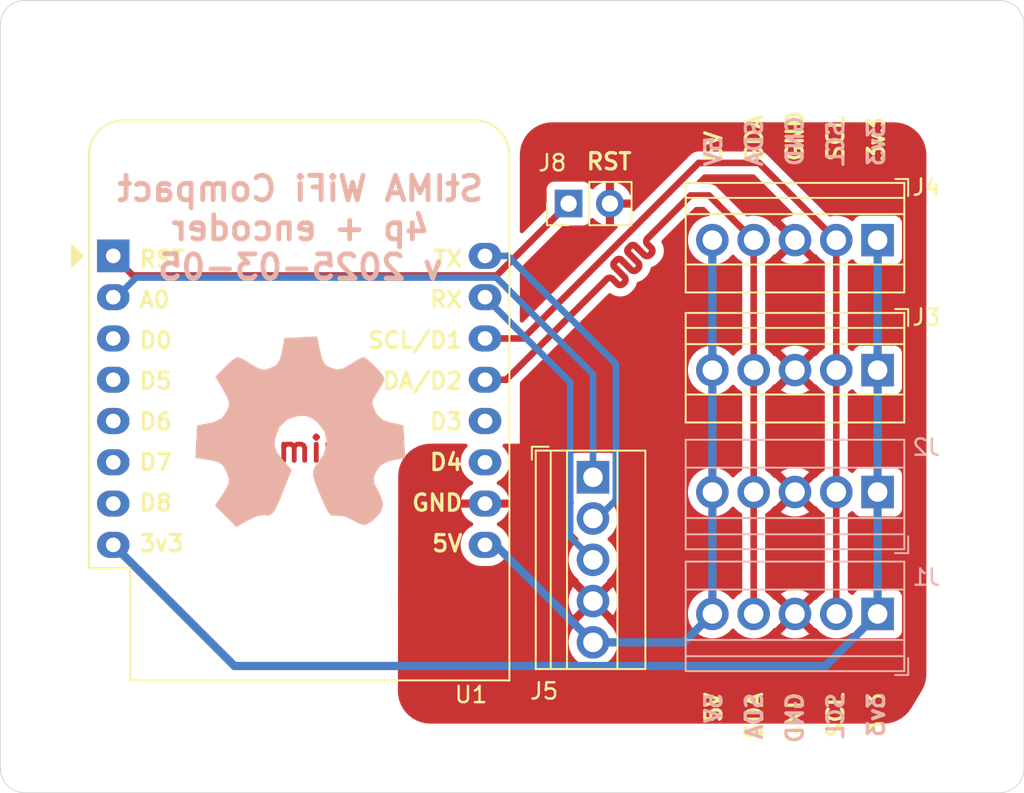
<source format=kicad_pcb>
(kicad_pcb (version 20241229) (generator "pcbnew") (generator_version "9.0")
  (layers (0 "F.Cu" signal) (2 "B.Cu" signal) (13 "F.Paste" user) (15 "B.Paste" user) (5 "F.SilkS" user "F.Silkscreen") (7 "B.SilkS" user "B.Silkscreen") (1 "F.Mask" user) (3 "B.Mask" user) (25 "Edge.Cuts" user))
  (net 0 "")
  (net 1 "3v3")
  (net 2 "SDA")
  (net 3 "SCL")
  (net 4 "GND")
  (net 5 "5v")
  (net 6 "enc A")
  (net 7 "enc CLK")
  (net 8 "Net-(J8-Pin_1)")
  (net 9 "enc B")
  (footprint "MountingHole:MountingHole_3.2mm_M3" (layer "F.Cu") (at 204.75 49.25)
    (property "Reference" "H1" (hide yes))
    (property "Value" "MountingHole" (hide yes))
    (pad "" np_thru_hole circle (at 0 0) (size 3.2 3.2) (drill 3.2) (layers "*.Cu" "*.Mask"))
  )
  (footprint "TerminalBlock:TerminalBlock_Xinya_XY308-2.54-5P_1x05_P2.54mm_Horizontal" (layer "F.Cu") (at 182 74.84 -90)
    (property "Reference" "J5" (at 13.16 3 180) (layer "F.SilkS"))
    (property "Value" "Screw_Terminal_01x05" (hide yes))
    (fp_line (start -1.88 3.76) (end -1.08 3.76) (stroke (width 0.12)) (layer "F.SilkS"))
    (fp_line (start -1.64 3.52) (end 11.8 3.52) (stroke (width 0.12)) (layer "F.SilkS"))
    (fp_line (start -1.88 2.72) (end -1.88 3.76) (stroke (width 0.12)) (layer "F.SilkS"))
    (fp_line (start -1.64 2.6) (end 11.8 2.6) (stroke (width 0.12)) (layer "F.SilkS"))
    (fp_line (start -1.64 1.6) (end 11.8 1.6) (stroke (width 0.12)) (layer "F.SilkS"))
    (fp_line (start -1.64 -1.501) (end 11.8 -1.501) (stroke (width 0.12)) (layer "F.SilkS"))
    (fp_line (start -1.64 -3.22) (end -1.64 3.52) (stroke (width 0.12)) (layer "F.SilkS"))
    (fp_line (start -1.64 -3.22) (end 11.8 -3.22) (stroke (width 0.12)) (layer "F.SilkS"))
    (fp_line (start 11.8 -3.22) (end 11.8 3.52) (stroke (width 0.12)) (layer "F.SilkS"))
    (pad "1" thru_hole rect (at 0 0 270) (size 2 2) (drill 1.2) (layers "*.Cu" "*.Mask") (net 7 "enc CLK"))
    (pad "2" thru_hole circle (at 2.54 0 270) (size 2 2) (drill 1.2) (layers "*.Cu" "*.Mask") (net 6 "enc A"))
    (pad "3" thru_hole circle (at 5.08 0 270) (size 2 2) (drill 1.2) (layers "*.Cu" "*.Mask") (net 9 "enc B"))
    (pad "4" thru_hole circle (at 7.62 0 270) (size 2 2) (drill 1.2) (layers "*.Cu" "*.Mask") (net 4 "GND"))
    (pad "5" thru_hole circle (at 10.16 0 270) (size 2 2) (drill 1.2) (layers "*.Cu" "*.Mask") (net 5 "5v"))
  )
  (footprint "MountingHole:MountingHole_3.2mm_M3" (layer "F.Cu") (at 149.25 49.25)
    (property "Reference" "H4" (hide yes))
    (property "Value" "MountingHole" (hide yes))
    (pad "" np_thru_hole circle (at 0 0) (size 3.2 3.2) (drill 3.2) (layers "*.Cu" "*.Mask"))
  )
  (footprint "RF_Module:WEMOS_D1_mini_light" (layer "F.Cu") (at 152.5 61.22)
    (property "Reference" "U1" (at 22 27 0) (layer "F.SilkS"))
    (property "Value" "WEMOS_D1_mini")
    (fp_line (start -1.5 19.22) (end -1.5 -6.21) (stroke (width 0.12)) (layer "F.SilkS"))
    (fp_line (start -1.5 19.22) (end 1.04 19.22) (stroke (width 0.12)) (layer "F.SilkS"))
    (fp_line (start 1.04 19.22) (end 1.04 26.12) (stroke (width 0.12)) (layer "F.SilkS"))
    (fp_line (start 1.04 26.12) (end 24.36 26.12) (stroke (width 0.12)) (layer "F.SilkS"))
    (fp_line (start 22.24 -8.34) (end 0.63 -8.34) (stroke (width 0.12)) (layer "F.SilkS"))
    (fp_line (start 24.36 26.12) (end 24.36 -6.21) (stroke (width 0.12)) (layer "F.SilkS"))
    (fp_arc (start -1.5 -6.21) (mid -0.876137 -7.716137) (end 0.63 -8.34) (stroke (width 0.12)) (layer "F.SilkS"))
    (fp_arc (start 22.23 -8.34) (mid 23.736137 -7.716137) (end 24.36 -6.21) (stroke (width 0.12)) (layer "F.SilkS"))
    (fp_poly (pts (xy -2.54 -0.635) (xy -2.54 0.635) (xy -1.905 0)) (stroke (width 0.15)) (fill yes) (layer "F.SilkS"))
    (pad "1" thru_hole rect (at 0 0) (size 2 2) (drill 0.9) (layers "*.Cu" "*.Mask") (net 8 "Net-(J8-Pin_1)"))
    (pad "2" thru_hole oval (at 0 2.54) (size 2 1.6) (drill 0.9) (layers "*.Cu" "*.Mask") (net 7 "enc CLK"))
    (pad "3" thru_hole oval (at 0 5.08) (size 2 1.6) (drill 0.9) (layers "*.Cu" "*.Mask"))
    (pad "4" thru_hole oval (at 0 7.62) (size 2 1.6) (drill 0.9) (layers "*.Cu" "*.Mask"))
    (pad "5" thru_hole oval (at 0 10.16) (size 2 1.6) (drill 0.9) (layers "*.Cu" "*.Mask"))
    (pad "6" thru_hole oval (at 0 12.7) (size 2 1.6) (drill 0.9) (layers "*.Cu" "*.Mask"))
    (pad "7" thru_hole oval (at 0 15.24) (size 2 1.6) (drill 0.9) (layers "*.Cu" "*.Mask"))
    (pad "8" thru_hole oval (at 0 17.78) (size 2 1.6) (drill 0.9) (layers "*.Cu" "*.Mask") (net 1 "3v3"))
    (pad "9" thru_hole oval (at 22.86 17.78) (size 2 1.6) (drill 0.9) (layers "*.Cu" "*.Mask") (net 5 "5v"))
    (pad "10" thru_hole oval (at 22.86 15.24) (size 2 1.6) (drill 0.9) (layers "*.Cu" "*.Mask") (net 4 "GND"))
    (pad "11" thru_hole oval (at 22.86 12.7) (size 2 1.6) (drill 0.9) (layers "*.Cu" "*.Mask"))
    (pad "12" thru_hole oval (at 22.86 10.16) (size 2 1.6) (drill 0.9) (layers "*.Cu" "*.Mask"))
    (pad "13" thru_hole oval (at 22.86 7.62) (size 2 1.6) (drill 0.9) (layers "*.Cu" "*.Mask") (net 2 "SDA"))
    (pad "14" thru_hole oval (at 22.86 5.08) (size 2 1.6) (drill 0.9) (layers "*.Cu" "*.Mask") (net 3 "SCL"))
    (pad "15" thru_hole oval (at 22.86 2.54) (size 2 1.6) (drill 0.9) (layers "*.Cu" "*.Mask") (net 9 "enc B"))
    (pad "16" thru_hole oval (at 22.86 0) (size 2 1.6) (drill 0.9) (layers "*.Cu" "*.Mask") (net 6 "enc A"))
    (zone (net 0) (net_name "") (layers "F.Cu" "B.Cu" "Dwgs.User") (name "No Copper") (connect_pads (clearance 0)) (min_thickness 0.25)
      (keepout (tracks not_allowed) (vias not_allowed) (pads not_allowed) (copperpour not_allowed) (footprints not_allowed))
      (fill (thermal_gap 0.5) (thermal_bridge_width 0.5))
      (polygon (pts (xy 151.15 53.02) (xy 176.75 53.02) (xy 176.75 59.82) (xy 151.15 59.82)))
    )
  )
  (footprint "TerminalBlock:TerminalBlock_Xinya_XY308-2.54-5P_1x05_P2.54mm_Horizontal" (layer "F.Cu") (at 199.5 60.25 180)
    (property "Reference" "J4" (at -3 3.25 0) (layer "F.SilkS"))
    (property "Value" "Screw_Terminal_01x05" (hide yes))
    (fp_line (start 11.8 -3.22) (end 11.8 3.52) (stroke (width 0.12)) (layer "F.SilkS"))
    (fp_line (start -1.64 3.52) (end 11.8 3.52) (stroke (width 0.12)) (layer "F.SilkS"))
    (fp_line (start -1.64 2.6) (end 11.8 2.6) (stroke (width 0.12)) (layer "F.SilkS"))
    (fp_line (start -1.64 1.6) (end 11.8 1.6) (stroke (width 0.12)) (layer "F.SilkS"))
    (fp_line (start -1.64 -1.501) (end 11.8 -1.501) (stroke (width 0.12)) (layer "F.SilkS"))
    (fp_line (start -1.64 -3.22) (end 11.8 -3.22) (stroke (width 0.12)) (layer "F.SilkS"))
    (fp_line (start -1.64 -3.22) (end -1.64 3.52) (stroke (width 0.12)) (layer "F.SilkS"))
    (fp_line (start -1.88 3.76) (end -1.08 3.76) (stroke (width 0.12)) (layer "F.SilkS"))
    (fp_line (start -1.88 2.72) (end -1.88 3.76) (stroke (width 0.12)) (layer "F.SilkS"))
    (pad "1" thru_hole rect (at 0 0 180) (size 2 2) (drill 1.2) (layers "*.Cu" "*.Mask") (net 1 "3v3"))
    (pad "2" thru_hole circle (at 2.54 0 180) (size 2 2) (drill 1.2) (layers "*.Cu" "*.Mask") (net 3 "SCL"))
    (pad "3" thru_hole circle (at 5.08 0 180) (size 2 2) (drill 1.2) (layers "*.Cu" "*.Mask") (net 4 "GND"))
    (pad "4" thru_hole circle (at 7.62 0 180) (size 2 2) (drill 1.2) (layers "*.Cu" "*.Mask") (net 2 "SDA"))
    (pad "5" thru_hole circle (at 10.16 0 180) (size 2 2) (drill 1.2) (layers "*.Cu" "*.Mask") (net 5 "5v"))
  )
  (footprint "Connector_PinHeader_2.54mm:PinHeader_1x02_P2.54mm_Vertical" (layer "F.Cu") (at 180.5 58 90)
    (property "Reference" "J8" (at 2.5 -1 180) (layer "F.SilkS"))
    (property "Value" "Conn_01x02" (hide yes))
    (fp_line (start -1.33 -1.33) (end 0 -1.33) (stroke (width 0.12)) (layer "F.SilkS"))
    (fp_line (start -1.33 0) (end -1.33 -1.33) (stroke (width 0.12)) (layer "F.SilkS"))
    (fp_line (start 1.33 1.27) (end 1.33 3.87) (stroke (width 0.12)) (layer "F.SilkS"))
    (fp_line (start -1.33 1.27) (end 1.33 1.27) (stroke (width 0.12)) (layer "F.SilkS"))
    (fp_line (start -1.33 1.27) (end -1.33 3.87) (stroke (width 0.12)) (layer "F.SilkS"))
    (fp_line (start -1.33 3.87) (end 1.33 3.87) (stroke (width 0.12)) (layer "F.SilkS"))
    (pad "1" thru_hole rect (at 0 0 90) (size 1.7 1.7) (drill 1) (layers "*.Cu" "*.Mask") (net 8 "Net-(J8-Pin_1)"))
    (pad "2" thru_hole oval (at 0 2.54 90) (size 1.7 1.7) (drill 1) (layers "*.Cu" "*.Mask") (net 4 "GND"))
  )
  (footprint "MountingHole:MountingHole_3.2mm_M3" (layer "F.Cu") (at 204.75 90.5)
    (property "Reference" "H2" (hide yes))
    (property "Value" "MountingHole" (hide yes))
    (pad "" np_thru_hole circle (at 0 0) (size 3.2 3.2) (drill 3.2) (layers "*.Cu" "*.Mask"))
  )
  (footprint "MountingHole:MountingHole_3.2mm_M3" (layer "F.Cu") (at 149.25 90.5)
    (property "Reference" "H3" (hide yes))
    (property "Value" "MountingHole" (hide yes))
    (pad "" np_thru_hole circle (at 0 0) (size 3.2 3.2) (drill 3.2) (layers "*.Cu" "*.Mask"))
  )
  (footprint "TerminalBlock:TerminalBlock_Xinya_XY308-2.54-5P_1x05_P2.54mm_Horizontal" (layer "F.Cu") (at 199.5 68.25 180)
    (property "Reference" "J3" (at -3 3.25 0) (layer "F.SilkS"))
    (property "Value" "Screw_Terminal_01x05" (hide yes))
    (fp_line (start 11.8 -3.22) (end 11.8 3.52) (stroke (width 0.12)) (layer "F.SilkS"))
    (fp_line (start -1.64 3.52) (end 11.8 3.52) (stroke (width 0.12)) (layer "F.SilkS"))
    (fp_line (start -1.64 2.6) (end 11.8 2.6) (stroke (width 0.12)) (layer "F.SilkS"))
    (fp_line (start -1.64 1.6) (end 11.8 1.6) (stroke (width 0.12)) (layer "F.SilkS"))
    (fp_line (start -1.64 -1.501) (end 11.8 -1.501) (stroke (width 0.12)) (layer "F.SilkS"))
    (fp_line (start -1.64 -3.22) (end 11.8 -3.22) (stroke (width 0.12)) (layer "F.SilkS"))
    (fp_line (start -1.64 -3.22) (end -1.64 3.52) (stroke (width 0.12)) (layer "F.SilkS"))
    (fp_line (start -1.88 3.76) (end -1.08 3.76) (stroke (width 0.12)) (layer "F.SilkS"))
    (fp_line (start -1.88 2.72) (end -1.88 3.76) (stroke (width 0.12)) (layer "F.SilkS"))
    (pad "1" thru_hole rect (at 0 0 180) (size 2 2) (drill 1.2) (layers "*.Cu" "*.Mask") (net 1 "3v3"))
    (pad "2" thru_hole circle (at 2.54 0 180) (size 2 2) (drill 1.2) (layers "*.Cu" "*.Mask") (net 3 "SCL"))
    (pad "3" thru_hole circle (at 5.08 0 180) (size 2 2) (drill 1.2) (layers "*.Cu" "*.Mask") (net 4 "GND"))
    (pad "4" thru_hole circle (at 7.62 0 180) (size 2 2) (drill 1.2) (layers "*.Cu" "*.Mask") (net 2 "SDA"))
    (pad "5" thru_hole circle (at 10.16 0 180) (size 2 2) (drill 1.2) (layers "*.Cu" "*.Mask") (net 5 "5v"))
  )
  (footprint "Stima.Library:ohlogo" (layer "B.Cu") (at 164 72 180)
    (property "Reference" "Open Hardvare Logo" (hide yes))
    (property "Value" "LOGO" (hide yes))
    (fp_poly (pts (xy -0.029664 5.777109) (xy 0.981776 5.723944) (xy 1.130032 4.908571) (xy 1.265862 4.371903) (xy 1.476243 4.069883) (xy 1.822621 3.887736) (xy 2.213072 3.783076) (xy 2.549361 3.84563) (xy 2.991787 4.106896) (xy 3.013731 4.121771) (xy 3.452716 4.392287) (xy 3.783165 4.547107) (xy 3.852207 4.561268) (xy 4.081277 4.442138) (xy 4.442611 4.140257) (xy 4.633535 3.952925) (xy 5.223165 3.344581) (xy 4.747653 2.533182) (xy 4.476487 2.043012) (xy 4.376255 1.723484) (xy 4.427564 1.442327) (xy 4.549912 1.184634) (xy 4.847529 0.789572) (xy 5.303519 0.565373) (xy 5.588841 0.497674) (xy 6.349999 0.347863) (xy 6.403001 -0.654164) (xy 6.456003 -1.656191) (xy 5.628167 -1.780333) (xy 5.094419 -1.893305) (xy 4.787392 -2.084388) (xy 4.576225 -2.442575) (xy 4.54419 -2.517505) (xy 4.404533 -2.910754) (xy 4.410194 -3.213188) (xy 4.586109 -3.5736) (xy 4.768611 -3.856714) (xy 5.249173 -4.582892) (xy 4.587903 -5.242854) (xy 3.926634 -5.902817) (xy 3.207911 -5.490684) (xy 2.697792 -5.258447) (xy 2.273915 -5.168586) (xy 2.164214 -5.181695) (xy 1.931179 -5.210719) (xy 1.728425 -5.097371) (xy 1.517606 -4.789493) (xy 1.260375 -4.234925) (xy 1.006598 -3.607098) (xy 0.526048 -2.384619) (xy 1.086854 -1.745897) (xy 1.437634 -1.290932) (xy 1.570743 -0.912287) (xy 1.545047 -0.474843) (xy 1.281507 0.250465) (xy 0.76672 0.721141) (xy 0.158284 0.917844) (xy -0.336311 0.933985) (xy -0.759543 0.752511) (xy -1.038418 0.538473) (xy -1.499541 -0.050373) (xy -1.630875 -0.728103) (xy -1.430286 -1.439988) (xy -1.132765 -1.881096) (xy -0.910461 -2.168341) (xy -0.79305 -2.432676) (xy -0.789703 -2.74666) (xy -0.909594 -3.182857) (xy -1.161896 -3.813827) (xy -1.464626 -4.506218) (xy -1.707369 -4.990439) (xy -1.917114 -5.20448) (xy -2.169277 -5.219087) (xy -2.213705 -5.208882) (xy -2.663906 -5.237036) (xy -3.186577 -5.461629) (xy -3.651455 -5.721763) (xy -3.962926 -5.783797) (xy -4.26624 -5.646576) (xy -4.526573 -5.450968) (xy -4.974558 -4.982728) (xy -5.098758 -4.491274) (xy -4.912215 -3.897056) (xy -4.811793 -3.711333) (xy -4.574496 -3.253039) (xy -4.518328 -2.933329) (xy -4.624834 -2.593888) (xy -4.670225 -2.496745) (xy -4.947692 -2.109262) (xy -5.39044 -1.88231) (xy -5.689598 -1.806648) (xy -6.455671 -1.645042) (xy -6.402836 -0.643733) (xy -6.350001 0.357576) (xy -5.61315 0.512303) (xy -5.063596 0.694182) (xy -4.728516 1.011567) (xy -4.607798 1.230082) (xy -4.453643 1.613813) (xy -4.467129 1.906898) (xy -4.669909 2.273889) (xy -4.763311 2.411942) (xy -5.029062 2.842793) (xy -5.176651 3.16561) (xy -5.187325 3.2243) (xy -5.066515 3.452221) (xy -4.771831 3.803066) (xy -4.40489 4.173509) (xy -4.067311 4.46022) (xy -3.872488 4.561268) (xy -3.653005 4.468771) (xy -3.264044 4.236768) (xy -3.102399 4.129802) (xy -2.637061 3.859563) (xy -2.274013 3.799198) (xy -1.956522 3.876442) (xy -1.647543 4.012935) (xy -1.449309 4.218123) (xy -1.307117 4.585678) (xy -1.166268 5.209269) (xy -1.159963 5.24049) (xy -1.041105 5.830274)) (fill yes) (layer "B.SilkS"))
  )
  (footprint "TerminalBlock:TerminalBlock_Xinya_XY308-2.54-5P_1x05_P2.54mm_Horizontal" (layer "B.Cu") (at 199.5 83.25 180)
    (property "Reference" "J1" (hide yes))
    (property "Value" "Screw_Terminal_01x05" (hide yes))
    (fp_line (start 11.8 3.22) (end 11.8 -3.52) (stroke (width 0.12)) (layer "B.SilkS"))
    (fp_line (start -1.64 3.22) (end 11.8 3.22) (stroke (width 0.12)) (layer "B.SilkS"))
    (fp_line (start -1.64 3.22) (end -1.64 -3.52) (stroke (width 0.12)) (layer "B.SilkS"))
    (fp_line (start -1.64 1.501) (end 11.8 1.501) (stroke (width 0.12)) (layer "B.SilkS"))
    (fp_line (start -1.64 -1.6) (end 11.8 -1.6) (stroke (width 0.12)) (layer "B.SilkS"))
    (fp_line (start -1.64 -2.6) (end 11.8 -2.6) (stroke (width 0.12)) (layer "B.SilkS"))
    (fp_line (start -1.64 -3.52) (end 11.8 -3.52) (stroke (width 0.12)) (layer "B.SilkS"))
    (fp_line (start -1.88 -2.72) (end -1.88 -3.76) (stroke (width 0.12)) (layer "B.SilkS"))
    (fp_line (start -1.88 -3.76) (end -1.08 -3.76) (stroke (width 0.12)) (layer "B.SilkS"))
    (pad "1" thru_hole rect (at 0 0 180) (size 2 2) (drill 1.2) (layers "*.Cu" "*.Mask") (net 1 "3v3"))
    (pad "2" thru_hole circle (at 2.54 0 180) (size 2 2) (drill 1.2) (layers "*.Cu" "*.Mask") (net 3 "SCL"))
    (pad "3" thru_hole circle (at 5.08 0 180) (size 2 2) (drill 1.2) (layers "*.Cu" "*.Mask") (net 4 "GND"))
    (pad "4" thru_hole circle (at 7.62 0 180) (size 2 2) (drill 1.2) (layers "*.Cu" "*.Mask") (net 2 "SDA"))
    (pad "5" thru_hole circle (at 10.16 0 180) (size 2 2) (drill 1.2) (layers "*.Cu" "*.Mask") (net 5 "5v"))
  )
  (footprint "TerminalBlock:TerminalBlock_Xinya_XY308-2.54-5P_1x05_P2.54mm_Horizontal" (layer "B.Cu") (at 199.5 75.75 180)
    (property "Reference" "J2" (at -3 2.75 0) (layer "B.SilkS") (effects (justify mirror)))
    (property "Value" "Screw_Terminal_01x05" (hide yes))
    (fp_line (start 11.8 3.22) (end 11.8 -3.52) (stroke (width 0.12)) (layer "B.SilkS"))
    (fp_line (start -1.64 3.22) (end 11.8 3.22) (stroke (width 0.12)) (layer "B.SilkS"))
    (fp_line (start -1.64 3.22) (end -1.64 -3.52) (stroke (width 0.12)) (layer "B.SilkS"))
    (fp_line (start -1.64 1.501) (end 11.8 1.501) (stroke (width 0.12)) (layer "B.SilkS"))
    (fp_line (start -1.64 -1.6) (end 11.8 -1.6) (stroke (width 0.12)) (layer "B.SilkS"))
    (fp_line (start -1.64 -2.6) (end 11.8 -2.6) (stroke (width 0.12)) (layer "B.SilkS"))
    (fp_line (start -1.64 -3.52) (end 11.8 -3.52) (stroke (width 0.12)) (layer "B.SilkS"))
    (fp_line (start -1.88 -2.72) (end -1.88 -3.76) (stroke (width 0.12)) (layer "B.SilkS"))
    (fp_line (start -1.88 -3.76) (end -1.08 -3.76) (stroke (width 0.12)) (layer "B.SilkS"))
    (pad "1" thru_hole rect (at 0 0 180) (size 2 2) (drill 1.2) (layers "*.Cu" "*.Mask") (net 1 "3v3"))
    (pad "2" thru_hole circle (at 2.54 0 180) (size 2 2) (drill 1.2) (layers "*.Cu" "*.Mask") (net 3 "SCL"))
    (pad "3" thru_hole circle (at 5.08 0 180) (size 2 2) (drill 1.2) (layers "*.Cu" "*.Mask") (net 4 "GND"))
    (pad "4" thru_hole circle (at 7.62 0 180) (size 2 2) (drill 1.2) (layers "*.Cu" "*.Mask") (net 2 "SDA"))
    (pad "5" thru_hole circle (at 10.16 0 180) (size 2 2) (drill 1.2) (layers "*.Cu" "*.Mask") (net 5 "5v"))
  )
  (gr_line (start 208.5 47) (end 208.5 92.75) (stroke (width 0.05)) (layer "Edge.Cuts"))
  (gr_arc (start 208.5 92.75) (mid 208.06066 93.81066) (end 207 94.25) (stroke (width 0.05)) (layer "Edge.Cuts"))
  (gr_arc (start 145.56066 47) (mid 146 45.93934) (end 147.06066 45.5) (stroke (width 0.05)) (layer "Edge.Cuts"))
  (gr_line (start 145.56066 92.75) (end 145.560661 47) (stroke (width 0.05)) (layer "Edge.Cuts"))
  (gr_arc (start 147.06066 94.25) (mid 146 93.81066) (end 145.56066 92.75) (stroke (width 0.05)) (layer "Edge.Cuts"))
  (gr_arc (start 207 45.5) (mid 208.06066 45.93934) (end 208.5 47) (stroke (width 0.05)) (layer "Edge.Cuts"))
  (gr_line (start 147.06066 45.5) (end 207 45.5) (stroke (width 0.05)) (layer "Edge.Cuts"))
  (gr_line (start 207 94.25) (end 147.06066 94.25) (stroke (width 0.05)) (layer "Edge.Cuts"))
  (gr_text "D1mini" (at 159.5 74 0) (layer "F.Cu") (effects (font (size 1.5 1.5) (thickness 0.3) (bold yes)) (justify left bottom)))
  (gr_text "D3" (at 171.857143 72 0) (layer "F.SilkS") (effects (font (size 1 1) (thickness 0.2) (bold yes)) (justify left bottom)))
  (gr_text "GND" (at 195 91.285714 90) (layer "F.SilkS") (effects (font (size 1 1) (thickness 0.2) (bold yes)) (justify left bottom)))
  (gr_text "GND" (at 195 55.5 90) (layer "F.SilkS") (effects (font (size 1 1) (thickness 0.2) (bold yes)) (justify left bottom)))
  (gr_text "D5" (at 154 69.5 0) (layer "F.SilkS") (effects (font (size 1 1) (thickness 0.2) (bold yes)) (justify left bottom)))
  (gr_text "D0" (at 154 67 0) (layer "F.SilkS") (effects (font (size 1 1) (thickness 0.2) (bold yes)) (justify left bottom)))
  (gr_text "3v3" (at 200 90.904762 90) (layer "F.SilkS") (effects (font (size 1 1) (thickness 0.2) (bold yes)) (justify left bottom)))
  (gr_text "SDA" (at 192.5 91.047619 90) (layer "F.SilkS") (effects (font (size 1 1) (thickness 0.2) (bold yes)) (justify left bottom)))
  (gr_text "D8" (at 154 77 0) (layer "F.SilkS") (effects (font (size 1 1) (thickness 0.2) (bold yes)) (justify left bottom)))
  (gr_text "TX" (at 172.095238 62 0) (layer "F.SilkS") (effects (font (size 1 1) (thickness 0.2) (bold yes)) (justify left bottom)))
  (gr_text "A0" (at 154 64.5 0) (layer "F.SilkS") (effects (font (size 1 1) (thickness 0.2) (bold yes)) (justify left bottom)))
  (gr_text "RX" (at 171.857143 64.5 0) (layer "F.SilkS") (effects (font (size 1 1) (thickness 0.2) (bold yes)) (justify left bottom)))
  (gr_text "5V" (at 172 79.5 0) (layer "F.SilkS") (effects (font (size 1 1) (thickness 0.2) (bold yes)) (justify left bottom)))
  (gr_text "SCL/D1" (at 168.047619 67 0) (layer "F.SilkS") (effects (font (size 1 1) (thickness 0.2) (bold yes)) (justify left bottom)))
  (gr_text "D6" (at 154 72 0) (layer "F.SilkS") (effects (font (size 1 1) (thickness 0.2) (bold yes)) (justify left bottom)))
  (gr_text "RST" (at 181.5 56 0) (layer "F.SilkS") (effects (font (size 1 1) (thickness 0.2) (bold yes)) (justify left bottom)))
  (gr_text "GND" (at 170.761905 77 0) (layer "F.SilkS") (effects (font (size 1 1) (thickness 0.2) (bold yes)) (justify left bottom)))
  (gr_text "D7" (at 154 74.5 0) (layer "F.SilkS") (effects (font (size 1 1) (thickness 0.2) (bold yes)) (justify left bottom)))
  (gr_text "3v3" (at 154 79.5 0) (layer "F.SilkS") (effects (font (size 1 1) (thickness 0.2) (bold yes)) (justify left bottom)))
  (gr_text "RST" (at 154 62 0) (layer "F.SilkS") (effects (font (size 1 1) (thickness 0.2) (bold yes)) (justify left bottom)))
  (gr_text "D4" (at 171.857143 74.5 0) (layer "F.SilkS") (effects (font (size 1 1) (thickness 0.2) (bold yes)) (justify left bottom)))
  (gr_text "SDA/D2" (at 168 69.5 0) (layer "F.SilkS") (effects (font (size 1 1) (thickness 0.2) (bold yes)) (justify left bottom)))
  (gr_text "SCL" (at 197.5 91 90) (layer "F.SilkS") (effects (font (size 1 1) (thickness 0.2) (bold yes)) (justify left bottom)))
  (gr_text "5V" (at 190 55.5 90) (layer "F.SilkS") (effects (font (size 1 1) (thickness 0.2) (bold yes)) (justify left bottom)))
  (gr_text "SDA" (at 192.5 55.5 90) (layer "F.SilkS") (effects (font (size 1 1) (thickness 0.2) (bold yes)) (justify left bottom)))
  (gr_text "SCL" (at 197.5 55.5 90) (layer "F.SilkS") (effects (font (size 1 1) (thickness 0.2) (bold yes)) (justify left bottom)))
  (gr_text "3v3" (at 200 55.5 90) (layer "F.SilkS") (effects (font (size 1 1) (thickness 0.2) (bold yes)) (justify left bottom)))
  (gr_text "5V" (at 190 90.047619 90) (layer "F.SilkS") (effects (font (size 1 1) (thickness 0.2) (bold yes)) (justify left bottom)))
  (gr_text "5V" (at 190 88 90) (layer "B.SilkS") (effects (font (size 1 1) (thickness 0.2) (bold yes)) (justify left bottom mirror)))
  (gr_text "3v3" (at 200 88 90) (layer "B.SilkS") (effects (font (size 1 1) (thickness 0.2) (bold yes)) (justify left bottom mirror)))
  (gr_text "SDA" (at 192.5 88 90) (layer "B.SilkS") (effects (font (size 1 1) (thickness 0.2) (bold yes)) (justify left bottom mirror)))
  (gr_text "SCL" (at 197.5 52.785714 90) (layer "B.SilkS") (effects (font (size 1 1) (thickness 0.2) (bold yes)) (justify left bottom mirror)))
  (gr_text "5V" (at 190 53.738095 90) (layer "B.SilkS") (effects (font (size 1 1) (thickness 0.2) (bold yes)) (justify left bottom mirror)))
  (gr_text "J1" (at 202.5 81 0) (layer "B.SilkS") (effects (font (size 1 1)) (justify mirror)))
  (gr_text "StIMA WiFi Compact\n4p + encoder\nv 2025-03-05" (at 164 59.5 0) (layer "B.SilkS") (effects (font (size 1.5 1.5) (thickness 0.3) (bold yes)) (justify mirror)))
  (gr_text "GND" (at 195 88 90) (layer "B.SilkS") (effects (font (size 1 1) (thickness 0.2) (bold yes)) (justify left bottom mirror)))
  (gr_text "SCL" (at 197.5 88 90) (layer "B.SilkS") (effects (font (size 1 1) (thickness 0.2) (bold yes)) (justify left bottom mirror)))
  (gr_text "SDA" (at 192.5 52.738095 90) (layer "B.SilkS") (effects (font (size 1 1) (thickness 0.2) (bold yes)) (justify left bottom mirror)))
  (gr_text "GND" (at 195 52.5 90) (layer "B.SilkS") (effects (font (size 1 1) (thickness 0.2) (bold yes)) (justify left bottom mirror)))
  (gr_text "3v3" (at 200 52.880952 90) (layer "B.SilkS") (effects (font (size 1 1) (thickness 0.2) (bold yes)) (justify left bottom mirror)))
  (segment (start 152.5 79) (end 159.955 86.455) (width 0.508) (layer "B.Cu") (net 1))
  (segment (start 199.5 83.25) (end 199.5 75.75) (width 0.508) (layer "B.Cu") (net 1))
  (segment (start 159.955 86.455) (end 196.295 86.455) (width 0.508) (layer "B.Cu") (net 1))
  (segment (start 199.5 75.75) (end 199.5 68.25) (width 0.508) (layer "B.Cu") (net 1))
  (segment (start 196.295 86.455) (end 199.5 83.25) (width 0.508) (layer "B.Cu") (net 1))
  (segment (start 199.5 68.25) (end 199.5 60.25) (width 0.508) (layer "B.Cu") (net 1))
  (segment (start 185.43101 60.068989) (end 185.633864 59.866136) (width 0.4064) (layer "F.Cu") (net 2))
  (segment (start 185.633864 59.866136) (end 188 57.5) (width 0.4064) (layer "F.Cu") (net 2))
  (segment (start 185.495 61.162074) (end 185.580758 61.076315) (width 0.4064) (layer "F.Cu") (net 2))
  (segment (start 185.580758 60.733283) (end 185.345251 60.497776) (width 0.4064) (layer "F.Cu") (net 2))
  (segment (start 184.916462 60.926568) (end 185.151968 61.162074) (width 0.4064) (layer "F.Cu") (net 2))
  (segment (start 183.887368 61.612635) (end 183.887366 61.612634) (width 0.4064) (layer "F.Cu") (net 2))
  (segment (start 184.172472 60.752792) (end 184.313896 60.611369) (width 0.4064) (layer "F.Cu") (net 2))
  (segment (start 183.630088 62.212939) (end 183.458573 62.041424) (width 0.4064) (layer "F.Cu") (net 2))
  (segment (start 191.88 75.75) (end 191.88 83.25) (width 0.4064) (layer "F.Cu") (net 2))
  (segment (start 176.66 68.84) (end 182.85827 62.64173) (width 0.4064) (layer "F.Cu") (net 2))
  (segment (start 184.689592 62.071828) (end 184.77535 61.986069) (width 0.4064) (layer "F.Cu") (net 2))
  (segment (start 183.314891 61.610373) (end 183.456315 61.46895) (width 0.4064) (layer "F.Cu") (net 2))
  (segment (start 183.93082 62.513671) (end 183.630088 62.212939) (width 0.4064) (layer "F.Cu") (net 2))
  (segment (start 184.744949 60.755054) (end 184.744947 60.755053) (width 0.4064) (layer "F.Cu") (net 2))
  (segment (start 184.77535 61.643037) (end 184.316155 61.183842) (width 0.4064) (layer "F.Cu") (net 2))
  (segment (start 183.845063 62.942461) (end 183.93082 62.856703) (width 0.4064) (layer "F.Cu") (net 2))
  (segment (start 185.345251 60.154745) (end 185.43101 60.068989) (width 0.4064) (layer "F.Cu") (net 2))
  (segment (start 175.36 68.84) (end 176.66 68.84) (width 0.4064) (layer "F.Cu") (net 2))
  (segment (start 184.316155 61.183842) (end 184.316156 61.183844) (width 0.4064) (layer "F.Cu") (net 2))
  (segment (start 184.744947 60.755053) (end 184.916462 60.926568) (width 0.4064) (layer "F.Cu") (net 2))
  (segment (start 183.887366 61.612634) (end 184.34656 62.071828) (width 0.4064) (layer "F.Cu") (net 2))
  (segment (start 183.458573 62.041424) (end 183.458575 62.041425) (width 0.4064) (layer "F.Cu") (net 2))
  (segment (start 191.88 68.25) (end 191.88 75.75) (width 0.4064) (layer "F.Cu") (net 2))
  (segment (start 184.316156 61.183844) (end 184.172472 61.04016) (width 0.4064) (layer "F.Cu") (net 2))
  (segment (start 184.601264 60.611369) (end 184.744949 60.755054) (width 0.4064) (layer "F.Cu") (net 2))
  (segment (start 188 57.5) (end 189.13 57.5) (width 0.4064) (layer "F.Cu") (net 2))
  (segment (start 189.13 57.5) (end 191.88 60.25) (width 0.4064) (layer "F.Cu") (net 2))
  (segment (start 183.201301 62.64173) (end 183.502032 62.942461) (width 0.4064) (layer "F.Cu") (net 2))
  (segment (start 183.743683 61.46895) (end 183.887368 61.612635) (width 0.4064) (layer "F.Cu") (net 2))
  (segment (start 191.88 60.25) (end 191.88 68.25) (width 0.4064) (layer "F.Cu") (net 2))
  (segment (start 183.458575 62.041425) (end 183.314891 61.897741) (width 0.4064) (layer "F.Cu") (net 2))
  (arc (start 184.34656 62.071828) (mid 184.518076 62.142872) (end 184.689592 62.071828) (width 0.4064) (layer "F.Cu") (net 2))
  (arc (start 183.456315 61.46895) (mid 183.599999 61.409434) (end 183.743683 61.46895) (width 0.4064) (layer "F.Cu") (net 2))
  (arc (start 183.502032 62.942461) (mid 183.673548 63.013505) (end 183.845063 62.942461) (width 0.4064) (layer "F.Cu") (net 2))
  (arc (start 185.580758 61.076315) (mid 185.651802 60.904799) (end 185.580758 60.733283) (width 0.4064) (layer "F.Cu") (net 2))
  (arc (start 185.151968 61.162074) (mid 185.323484 61.233118) (end 185.495 61.162074) (width 0.4064) (layer "F.Cu") (net 2))
  (arc (start 183.314891 61.897741) (mid 183.255375 61.754057) (end 183.314891 61.610373) (width 0.4064) (layer "F.Cu") (net 2))
  (arc (start 182.85827 62.64173) (mid 183.029785 62.570686) (end 183.201301 62.64173) (width 0.4064) (layer "F.Cu") (net 2))
  (arc (start 184.172472 61.04016) (mid 184.112956 60.896476) (end 184.172472 60.752792) (width 0.4064) (layer "F.Cu") (net 2))
  (arc (start 184.313896 60.611369) (mid 184.45758 60.551853) (end 184.601264 60.611369) (width 0.4064) (layer "F.Cu") (net 2))
  (arc (start 185.345251 60.497776) (mid 185.274206 60.326261) (end 185.345251 60.154745) (width 0.4064) (layer "F.Cu") (net 2))
  (arc (start 184.77535 61.986069) (mid 184.846394 61.814553) (end 184.77535 61.643037) (width 0.4064) (layer "F.Cu") (net 2))
  (arc (start 183.93082 62.856703) (mid 184.001864 62.685187) (end 183.93082 62.513671) (width 0.4064) (layer "F.Cu") (net 2))
  (segment (start 188.5 55.5) (end 192.21 55.5) (width 0.4064) (layer "F.Cu") (net 3))
  (segment (start 196.96 68.25) (end 196.96 60.25) (width 0.4064) (layer "F.Cu") (net 3))
  (segment (start 177.7 66.3) (end 188.5 55.5) (width 0.4064) (layer "F.Cu") (net 3))
  (segment (start 196.96 75.75) (end 196.96 68.25) (width 0.4064) (layer "F.Cu") (net 3))
  (segment (start 192.21 55.5) (end 196.96 60.25) (width 0.4064) (layer "F.Cu") (net 3))
  (segment (start 175.36 66.3) (end 177.7 66.3) (width 0.4064) (layer "F.Cu") (net 3))
  (segment (start 196.96 83.25) (end 196.96 75.75) (width 0.4064) (layer "F.Cu") (net 3))
  (segment (start 182 85) (end 187.59 85) (width 0.508) (layer "B.Cu") (net 5))
  (segment (start 175.36 79) (end 176 79) (width 0.508) (layer "B.Cu") (net 5))
  (segment (start 189.34 75.75) (end 189.34 68.25) (width 0.508) (layer "B.Cu") (net 5))
  (segment (start 189.34 68.25) (end 189.34 60.25) (width 0.508) (layer "B.Cu") (net 5))
  (segment (start 189.34 83.25) (end 189.34 75.75) (width 0.508) (layer "B.Cu") (net 5))
  (segment (start 187.59 85) (end 189.34 83.25) (width 0.508) (layer "B.Cu") (net 5))
  (segment (start 176 79) (end 182 85) (width 0.508) (layer "B.Cu") (net 5))
  (segment (start 183.4042 76.2442) (end 182.2684 77.38) (width 0.4064) (layer "B.Cu") (net 6))
  (segment (start 175.36 61.22) (end 176.7664 61.22) (width 0.4064) (layer "B.Cu") (net 6))
  (segment (start 183.4042 67.8578) (end 183.4042 76.2442) (width 0.4064) (layer "B.Cu") (net 6))
  (segment (start 176.7664 61.22) (end 183.4042 67.8578) (width 0.4064) (layer "B.Cu") (net 6))
  (segment (start 182.2684 77.38) (end 182 77.38) (width 0.4064) (layer "B.Cu") (net 6))
  (segment (start 152.7 63.76) (end 153.9042 62.5558) (width 0.4064) (layer "B.Cu") (net 7))
  (segment (start 182 68.497004) (end 182 74.84) (width 0.4064) (layer "B.Cu") (net 7))
  (segment (start 176.058796 62.5558) (end 182 68.497004) (width 0.4064) (layer "B.Cu") (net 7))
  (segment (start 152.5 63.76) (end 152.7 63.76) (width 0.4064) (layer "B.Cu") (net 7))
  (segment (start 153.9042 62.5558) (end 176.058796 62.5558) (width 0.4064) (layer "B.Cu") (net 7))
  (segment (start 176.0758 62.4242) (end 180.5 58) (width 0.4064) (layer "F.Cu") (net 8))
  (segment (start 153.7042 62.4242) (end 176.0758 62.4242) (width 0.4064) (layer "F.Cu") (net 8))
  (segment (start 152.5 61.22) (end 153.7042 62.4242) (width 0.4064) (layer "F.Cu") (net 8))
  (segment (start 175.36 63.76) (end 180.5958 68.9958) (width 0.4064) (layer "B.Cu") (net 9))
  (segment (start 180.5958 68.9958) (end 180.5958 78.5158) (width 0.4064) (layer "B.Cu") (net 9))
  (segment (start 180.5958 78.5158) (end 182 79.92) (width 0.4064) (layer "B.Cu") (net 9))
  (zone (net 4) (net_name "GND") (layer "F.Cu") (connect_pads (clearance 0.5)) (min_thickness 0.25) (fill yes (thermal_gap 0.5) (thermal_bridge_width 0.5) (smoothing fillet) (radius 2))
    (polygon (pts (xy 170 90) (xy 170.023618 72.773861) (xy 177.5 72.773443) (xy 177.5 53) (xy 202.5 53) (xy 202.5 87.5) (xy 201 90)))
  )
)
</source>
